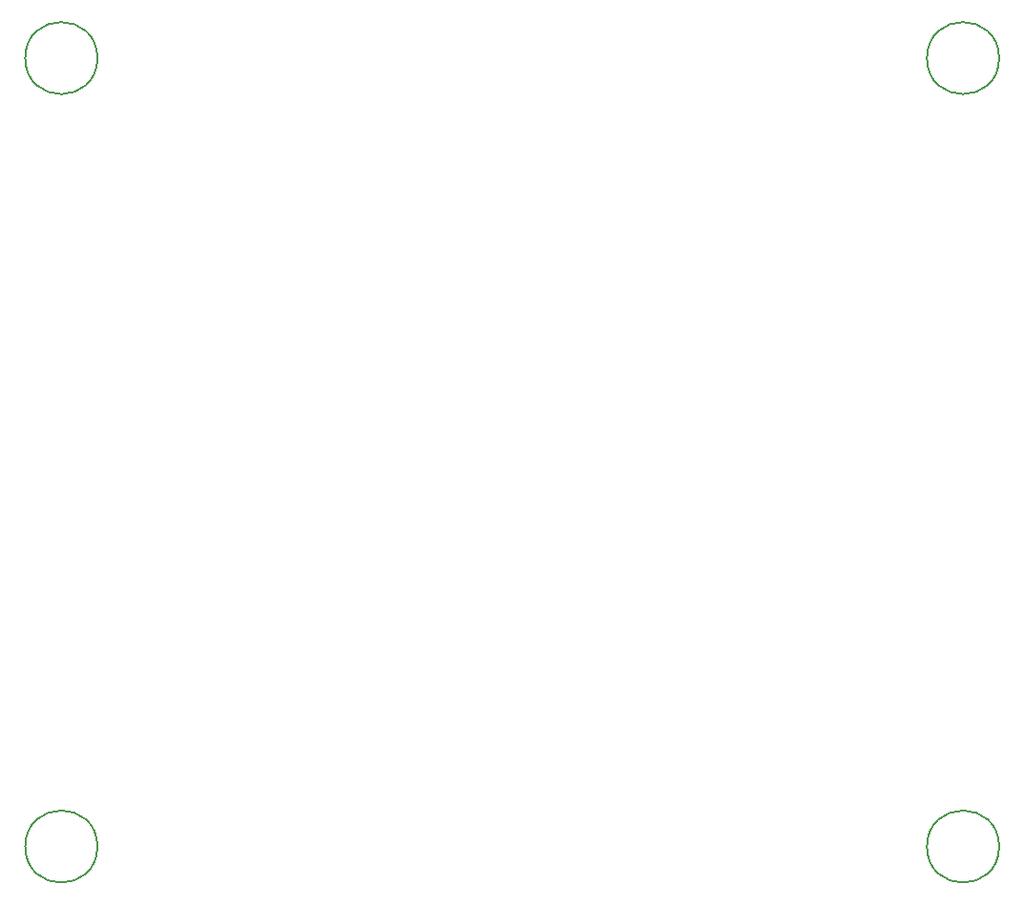
<source format=gbr>
G04 #@! TF.GenerationSoftware,KiCad,Pcbnew,5.1.7-a382d34a8~87~ubuntu18.04.1*
G04 #@! TF.CreationDate,2021-02-18T22:44:55+00:00*
G04 #@! TF.ProjectId,Laser-Driver-v3,4c617365-722d-4447-9269-7665722d7633,rev?*
G04 #@! TF.SameCoordinates,Original*
G04 #@! TF.FileFunction,Other,Comment*
%FSLAX46Y46*%
G04 Gerber Fmt 4.6, Leading zero omitted, Abs format (unit mm)*
G04 Created by KiCad (PCBNEW 5.1.7-a382d34a8~87~ubuntu18.04.1) date 2021-02-18 22:44:55*
%MOMM*%
%LPD*%
G01*
G04 APERTURE LIST*
%ADD10C,0.150000*%
G04 APERTURE END LIST*
D10*
G04 #@! TO.C,H4*
X98200000Y-45000000D02*
G75*
G03*
X98200000Y-45000000I-3200000J0D01*
G01*
G04 #@! TO.C,H3*
X178200000Y-45000000D02*
G75*
G03*
X178200000Y-45000000I-3200000J0D01*
G01*
G04 #@! TO.C,H2*
X98200000Y-115000000D02*
G75*
G03*
X98200000Y-115000000I-3200000J0D01*
G01*
G04 #@! TO.C,H1*
X178200000Y-115000000D02*
G75*
G03*
X178200000Y-115000000I-3200000J0D01*
G01*
G04 #@! TD*
M02*

</source>
